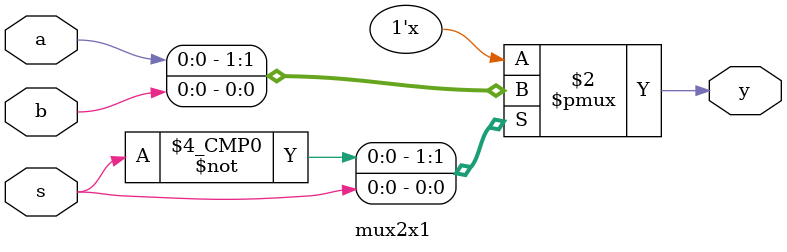
<source format=v>
module mux2x1(a,b,s,y);
  input a,b,s;
  output reg y;
  always@*
  case(s)
  1'b0:y=a;
  1'b1:y=b;
  endcase  
endmodule
</source>
